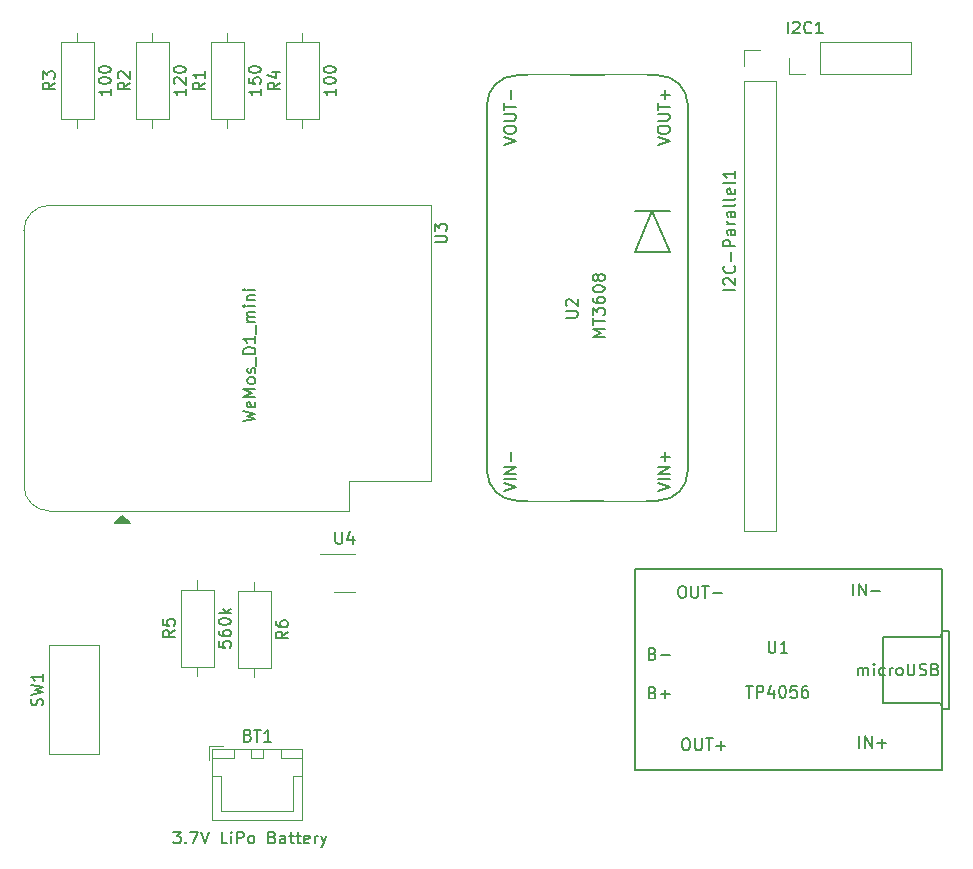
<source format=gbr>
G04 #@! TF.GenerationSoftware,KiCad,Pcbnew,(5.1.2)-1*
G04 #@! TF.CreationDate,2020-02-01T16:47:34+00:00*
G04 #@! TF.ProjectId,Keypad,4b657970-6164-42e6-9b69-6361645f7063,1*
G04 #@! TF.SameCoordinates,Original*
G04 #@! TF.FileFunction,Legend,Top*
G04 #@! TF.FilePolarity,Positive*
%FSLAX46Y46*%
G04 Gerber Fmt 4.6, Leading zero omitted, Abs format (unit mm)*
G04 Created by KiCad (PCBNEW (5.1.2)-1) date 2020-02-01 16:47:34*
%MOMM*%
%LPD*%
G04 APERTURE LIST*
%ADD10C,0.120000*%
%ADD11C,0.150000*%
%ADD12C,0.100000*%
%ADD13R,3.602000X3.602000*%
%ADD14O,3.602000X3.602000*%
%ADD15R,1.662000X0.752000*%
%ADD16O,1.702000X1.702000*%
%ADD17C,1.702000*%
%ADD18O,1.802000X1.802000*%
%ADD19R,1.802000X1.802000*%
%ADD20C,3.102000*%
%ADD21O,1.902000X2.702000*%
%ADD22R,1.902000X2.702000*%
%ADD23O,1.702000X2.102000*%
%ADD24R,2.102000X2.102000*%
%ADD25C,2.202000*%
%ADD26R,3.602000X5.102000*%
%ADD27R,3.102000X3.102000*%
%ADD28R,3.102000X2.602000*%
%ADD29O,1.802000X2.102000*%
%ADD30C,1.802000*%
%ADD31C,1.902000*%
%ADD32R,1.902000X1.902000*%
G04 APERTURE END LIST*
D10*
X113206000Y-143382000D02*
X113206000Y-134112000D01*
X117426000Y-143382000D02*
X117426000Y-134112000D01*
X113206000Y-143382000D02*
X117426000Y-143382000D01*
X113206000Y-134112000D02*
X117426000Y-134112000D01*
X114506000Y-143382000D02*
X116126000Y-143382000D01*
X139076000Y-126406000D02*
X136126000Y-126406000D01*
X137276000Y-129626000D02*
X139076000Y-129626000D01*
X130556000Y-136882000D02*
X130556000Y-136112000D01*
X130556000Y-128802000D02*
X130556000Y-129572000D01*
X131926000Y-136112000D02*
X131926000Y-129572000D01*
X129186000Y-136112000D02*
X131926000Y-136112000D01*
X129186000Y-129572000D02*
X129186000Y-136112000D01*
X131926000Y-129572000D02*
X129186000Y-129572000D01*
X111040000Y-99055000D02*
G75*
G02X113170000Y-96925000I2130000J0D01*
G01*
X113170000Y-122785000D02*
G75*
G02X111040000Y-120655000I0J2130000D01*
G01*
X138600000Y-120245000D02*
X145500000Y-120245000D01*
X138600000Y-122785000D02*
X138600000Y-120245000D01*
D11*
G36*
X118745000Y-123825000D02*
G01*
X120015000Y-123825000D01*
X119380000Y-123190000D01*
X118745000Y-123825000D01*
G37*
X118745000Y-123825000D02*
X120015000Y-123825000D01*
X119380000Y-123190000D01*
X118745000Y-123825000D01*
D10*
X111040000Y-99045000D02*
X111040000Y-120655000D01*
X145500000Y-96925000D02*
X113170000Y-96925000D01*
X138600000Y-122785000D02*
X113170000Y-122785000D01*
X145500000Y-120245000D02*
X145500000Y-96925000D01*
D11*
X165750000Y-97410000D02*
X162750000Y-97410000D01*
X165750000Y-100910000D02*
X162750000Y-100910000D01*
X162750000Y-100910000D02*
X164250000Y-97410000D01*
X164250000Y-97410000D02*
X165750000Y-100910000D01*
X167250000Y-88410000D02*
G75*
G03X164750000Y-85910000I-2500000J0D01*
G01*
X164750000Y-121910000D02*
G75*
G03X167250000Y-119410000I0J2500000D01*
G01*
X150250000Y-119410000D02*
G75*
G03X152750000Y-121910000I2500000J0D01*
G01*
X152750000Y-85910000D02*
G75*
G03X150250000Y-88410000I0J-2500000D01*
G01*
X150250000Y-88410000D02*
X150250000Y-119410000D01*
X167250000Y-119410000D02*
X167250000Y-88410000D01*
X152750000Y-121910000D02*
X164750000Y-121910000D01*
X164750000Y-85910000D02*
X152750000Y-85910000D01*
X188790000Y-127750000D02*
X162800000Y-127750000D01*
X188800000Y-144750000D02*
X162800000Y-144750000D01*
X189370000Y-132990000D02*
X189370000Y-139540000D01*
X189356000Y-132962000D02*
X188848000Y-132962000D01*
X188848000Y-132962000D02*
X188594000Y-133470000D01*
X188594000Y-133470000D02*
X188340000Y-133470000D01*
X189356000Y-139566000D02*
X188848000Y-139566000D01*
X188848000Y-139566000D02*
X188594000Y-139058000D01*
X188594000Y-139058000D02*
X183768000Y-139058000D01*
X183768000Y-139058000D02*
X183768000Y-133470000D01*
X183768000Y-133470000D02*
X188340000Y-133470000D01*
X188796000Y-127750000D02*
X188796000Y-144750000D01*
X162794000Y-144750000D02*
X162794000Y-127750000D01*
D10*
X126690000Y-142665000D02*
X126690000Y-143915000D01*
X127940000Y-142665000D02*
X126690000Y-142665000D01*
X133840000Y-148165000D02*
X130790000Y-148165000D01*
X133840000Y-145215000D02*
X133840000Y-148165000D01*
X134590000Y-145215000D02*
X133840000Y-145215000D01*
X127740000Y-148165000D02*
X130790000Y-148165000D01*
X127740000Y-145215000D02*
X127740000Y-148165000D01*
X126990000Y-145215000D02*
X127740000Y-145215000D01*
X134590000Y-142965000D02*
X132790000Y-142965000D01*
X134590000Y-143715000D02*
X134590000Y-142965000D01*
X132790000Y-143715000D02*
X134590000Y-143715000D01*
X132790000Y-142965000D02*
X132790000Y-143715000D01*
X128790000Y-142965000D02*
X126990000Y-142965000D01*
X128790000Y-143715000D02*
X128790000Y-142965000D01*
X126990000Y-143715000D02*
X128790000Y-143715000D01*
X126990000Y-142965000D02*
X126990000Y-143715000D01*
X131290000Y-142965000D02*
X130290000Y-142965000D01*
X131290000Y-143715000D02*
X131290000Y-142965000D01*
X130290000Y-143715000D02*
X131290000Y-143715000D01*
X130290000Y-142965000D02*
X130290000Y-143715000D01*
X134600000Y-142955000D02*
X126980000Y-142955000D01*
X134600000Y-148925000D02*
X134600000Y-142955000D01*
X126980000Y-148925000D02*
X134600000Y-148925000D01*
X126980000Y-142955000D02*
X126980000Y-148925000D01*
X175835000Y-85785000D02*
X175835000Y-84455000D01*
X177165000Y-85785000D02*
X175835000Y-85785000D01*
X178435000Y-85785000D02*
X178435000Y-83125000D01*
X178435000Y-83125000D02*
X186115000Y-83125000D01*
X178435000Y-85785000D02*
X186115000Y-85785000D01*
X186115000Y-85785000D02*
X186115000Y-83125000D01*
X172025000Y-83760000D02*
X173355000Y-83760000D01*
X172025000Y-85090000D02*
X172025000Y-83760000D01*
X172025000Y-86360000D02*
X174685000Y-86360000D01*
X174685000Y-86360000D02*
X174685000Y-124520000D01*
X172025000Y-86360000D02*
X172025000Y-124520000D01*
X172025000Y-124520000D02*
X174685000Y-124520000D01*
X128270000Y-82320000D02*
X128270000Y-83090000D01*
X128270000Y-90400000D02*
X128270000Y-89630000D01*
X126900000Y-83090000D02*
X126900000Y-89630000D01*
X129640000Y-83090000D02*
X126900000Y-83090000D01*
X129640000Y-89630000D02*
X129640000Y-83090000D01*
X126900000Y-89630000D02*
X129640000Y-89630000D01*
X121920000Y-82320000D02*
X121920000Y-83090000D01*
X121920000Y-90400000D02*
X121920000Y-89630000D01*
X120550000Y-83090000D02*
X120550000Y-89630000D01*
X123290000Y-83090000D02*
X120550000Y-83090000D01*
X123290000Y-89630000D02*
X123290000Y-83090000D01*
X120550000Y-89630000D02*
X123290000Y-89630000D01*
X115570000Y-82320000D02*
X115570000Y-83090000D01*
X115570000Y-90400000D02*
X115570000Y-89630000D01*
X114200000Y-83090000D02*
X114200000Y-89630000D01*
X116940000Y-83090000D02*
X114200000Y-83090000D01*
X116940000Y-89630000D02*
X116940000Y-83090000D01*
X114200000Y-89630000D02*
X116940000Y-89630000D01*
X134620000Y-82320000D02*
X134620000Y-83090000D01*
X134620000Y-90400000D02*
X134620000Y-89630000D01*
X133250000Y-83090000D02*
X133250000Y-89630000D01*
X135990000Y-83090000D02*
X133250000Y-83090000D01*
X135990000Y-89630000D02*
X135990000Y-83090000D01*
X133250000Y-89630000D02*
X135990000Y-89630000D01*
X125730000Y-128675000D02*
X125730000Y-129445000D01*
X125730000Y-136755000D02*
X125730000Y-135985000D01*
X124360000Y-129445000D02*
X124360000Y-135985000D01*
X127100000Y-129445000D02*
X124360000Y-129445000D01*
X127100000Y-135985000D02*
X127100000Y-129445000D01*
X124360000Y-135985000D02*
X127100000Y-135985000D01*
D11*
X112610761Y-139255333D02*
X112658380Y-139112476D01*
X112658380Y-138874380D01*
X112610761Y-138779142D01*
X112563142Y-138731523D01*
X112467904Y-138683904D01*
X112372666Y-138683904D01*
X112277428Y-138731523D01*
X112229809Y-138779142D01*
X112182190Y-138874380D01*
X112134571Y-139064857D01*
X112086952Y-139160095D01*
X112039333Y-139207714D01*
X111944095Y-139255333D01*
X111848857Y-139255333D01*
X111753619Y-139207714D01*
X111706000Y-139160095D01*
X111658380Y-139064857D01*
X111658380Y-138826761D01*
X111706000Y-138683904D01*
X111658380Y-138350571D02*
X112658380Y-138112476D01*
X111944095Y-137922000D01*
X112658380Y-137731523D01*
X111658380Y-137493428D01*
X112658380Y-136588666D02*
X112658380Y-137160095D01*
X112658380Y-136874380D02*
X111658380Y-136874380D01*
X111801238Y-136969619D01*
X111896476Y-137064857D01*
X111944095Y-137160095D01*
X137414095Y-124568380D02*
X137414095Y-125377904D01*
X137461714Y-125473142D01*
X137509333Y-125520761D01*
X137604571Y-125568380D01*
X137795047Y-125568380D01*
X137890285Y-125520761D01*
X137937904Y-125473142D01*
X137985523Y-125377904D01*
X137985523Y-124568380D01*
X138890285Y-124901714D02*
X138890285Y-125568380D01*
X138652190Y-124520761D02*
X138414095Y-125235047D01*
X139033142Y-125235047D01*
X133378380Y-133008666D02*
X132902190Y-133342000D01*
X133378380Y-133580095D02*
X132378380Y-133580095D01*
X132378380Y-133199142D01*
X132426000Y-133103904D01*
X132473619Y-133056285D01*
X132568857Y-133008666D01*
X132711714Y-133008666D01*
X132806952Y-133056285D01*
X132854571Y-133103904D01*
X132902190Y-133199142D01*
X132902190Y-133580095D01*
X132378380Y-132151523D02*
X132378380Y-132342000D01*
X132426000Y-132437238D01*
X132473619Y-132484857D01*
X132616476Y-132580095D01*
X132806952Y-132627714D01*
X133187904Y-132627714D01*
X133283142Y-132580095D01*
X133330761Y-132532476D01*
X133378380Y-132437238D01*
X133378380Y-132246761D01*
X133330761Y-132151523D01*
X133283142Y-132103904D01*
X133187904Y-132056285D01*
X132949809Y-132056285D01*
X132854571Y-132103904D01*
X132806952Y-132151523D01*
X132759333Y-132246761D01*
X132759333Y-132437238D01*
X132806952Y-132532476D01*
X132854571Y-132580095D01*
X132949809Y-132627714D01*
X145832380Y-100046904D02*
X146641904Y-100046904D01*
X146737142Y-99999285D01*
X146784761Y-99951666D01*
X146832380Y-99856428D01*
X146832380Y-99665952D01*
X146784761Y-99570714D01*
X146737142Y-99523095D01*
X146641904Y-99475476D01*
X145832380Y-99475476D01*
X145832380Y-99094523D02*
X145832380Y-98475476D01*
X146213333Y-98808809D01*
X146213333Y-98665952D01*
X146260952Y-98570714D01*
X146308571Y-98523095D01*
X146403809Y-98475476D01*
X146641904Y-98475476D01*
X146737142Y-98523095D01*
X146784761Y-98570714D01*
X146832380Y-98665952D01*
X146832380Y-98951666D01*
X146784761Y-99046904D01*
X146737142Y-99094523D01*
X129627380Y-115204047D02*
X130627380Y-114965952D01*
X129913095Y-114775476D01*
X130627380Y-114585000D01*
X129627380Y-114346904D01*
X130579761Y-113585000D02*
X130627380Y-113680238D01*
X130627380Y-113870714D01*
X130579761Y-113965952D01*
X130484523Y-114013571D01*
X130103571Y-114013571D01*
X130008333Y-113965952D01*
X129960714Y-113870714D01*
X129960714Y-113680238D01*
X130008333Y-113585000D01*
X130103571Y-113537380D01*
X130198809Y-113537380D01*
X130294047Y-114013571D01*
X130627380Y-113108809D02*
X129627380Y-113108809D01*
X130341666Y-112775476D01*
X129627380Y-112442142D01*
X130627380Y-112442142D01*
X130627380Y-111823095D02*
X130579761Y-111918333D01*
X130532142Y-111965952D01*
X130436904Y-112013571D01*
X130151190Y-112013571D01*
X130055952Y-111965952D01*
X130008333Y-111918333D01*
X129960714Y-111823095D01*
X129960714Y-111680238D01*
X130008333Y-111585000D01*
X130055952Y-111537380D01*
X130151190Y-111489761D01*
X130436904Y-111489761D01*
X130532142Y-111537380D01*
X130579761Y-111585000D01*
X130627380Y-111680238D01*
X130627380Y-111823095D01*
X130579761Y-111108809D02*
X130627380Y-111013571D01*
X130627380Y-110823095D01*
X130579761Y-110727857D01*
X130484523Y-110680238D01*
X130436904Y-110680238D01*
X130341666Y-110727857D01*
X130294047Y-110823095D01*
X130294047Y-110965952D01*
X130246428Y-111061190D01*
X130151190Y-111108809D01*
X130103571Y-111108809D01*
X130008333Y-111061190D01*
X129960714Y-110965952D01*
X129960714Y-110823095D01*
X130008333Y-110727857D01*
X130722619Y-110489761D02*
X130722619Y-109727857D01*
X130627380Y-109489761D02*
X129627380Y-109489761D01*
X129627380Y-109251666D01*
X129675000Y-109108809D01*
X129770238Y-109013571D01*
X129865476Y-108965952D01*
X130055952Y-108918333D01*
X130198809Y-108918333D01*
X130389285Y-108965952D01*
X130484523Y-109013571D01*
X130579761Y-109108809D01*
X130627380Y-109251666D01*
X130627380Y-109489761D01*
X130627380Y-107965952D02*
X130627380Y-108537380D01*
X130627380Y-108251666D02*
X129627380Y-108251666D01*
X129770238Y-108346904D01*
X129865476Y-108442142D01*
X129913095Y-108537380D01*
X130722619Y-107775476D02*
X130722619Y-107013571D01*
X130627380Y-106775476D02*
X129960714Y-106775476D01*
X130055952Y-106775476D02*
X130008333Y-106727857D01*
X129960714Y-106632619D01*
X129960714Y-106489761D01*
X130008333Y-106394523D01*
X130103571Y-106346904D01*
X130627380Y-106346904D01*
X130103571Y-106346904D02*
X130008333Y-106299285D01*
X129960714Y-106204047D01*
X129960714Y-106061190D01*
X130008333Y-105965952D01*
X130103571Y-105918333D01*
X130627380Y-105918333D01*
X130627380Y-105442142D02*
X129960714Y-105442142D01*
X129627380Y-105442142D02*
X129675000Y-105489761D01*
X129722619Y-105442142D01*
X129675000Y-105394523D01*
X129627380Y-105442142D01*
X129722619Y-105442142D01*
X129960714Y-104965952D02*
X130627380Y-104965952D01*
X130055952Y-104965952D02*
X130008333Y-104918333D01*
X129960714Y-104823095D01*
X129960714Y-104680238D01*
X130008333Y-104585000D01*
X130103571Y-104537380D01*
X130627380Y-104537380D01*
X130627380Y-104061190D02*
X129960714Y-104061190D01*
X129627380Y-104061190D02*
X129675000Y-104108809D01*
X129722619Y-104061190D01*
X129675000Y-104013571D01*
X129627380Y-104061190D01*
X129722619Y-104061190D01*
X156932380Y-106421904D02*
X157741904Y-106421904D01*
X157837142Y-106374285D01*
X157884761Y-106326666D01*
X157932380Y-106231428D01*
X157932380Y-106040952D01*
X157884761Y-105945714D01*
X157837142Y-105898095D01*
X157741904Y-105850476D01*
X156932380Y-105850476D01*
X157027619Y-105421904D02*
X156980000Y-105374285D01*
X156932380Y-105279047D01*
X156932380Y-105040952D01*
X156980000Y-104945714D01*
X157027619Y-104898095D01*
X157122857Y-104850476D01*
X157218095Y-104850476D01*
X157360952Y-104898095D01*
X157932380Y-105469523D01*
X157932380Y-104850476D01*
X160202380Y-108029047D02*
X159202380Y-108029047D01*
X159916666Y-107695714D01*
X159202380Y-107362380D01*
X160202380Y-107362380D01*
X159202380Y-107029047D02*
X159202380Y-106457619D01*
X160202380Y-106743333D02*
X159202380Y-106743333D01*
X159202380Y-106219523D02*
X159202380Y-105600476D01*
X159583333Y-105933809D01*
X159583333Y-105790952D01*
X159630952Y-105695714D01*
X159678571Y-105648095D01*
X159773809Y-105600476D01*
X160011904Y-105600476D01*
X160107142Y-105648095D01*
X160154761Y-105695714D01*
X160202380Y-105790952D01*
X160202380Y-106076666D01*
X160154761Y-106171904D01*
X160107142Y-106219523D01*
X159202380Y-104743333D02*
X159202380Y-104933809D01*
X159250000Y-105029047D01*
X159297619Y-105076666D01*
X159440476Y-105171904D01*
X159630952Y-105219523D01*
X160011904Y-105219523D01*
X160107142Y-105171904D01*
X160154761Y-105124285D01*
X160202380Y-105029047D01*
X160202380Y-104838571D01*
X160154761Y-104743333D01*
X160107142Y-104695714D01*
X160011904Y-104648095D01*
X159773809Y-104648095D01*
X159678571Y-104695714D01*
X159630952Y-104743333D01*
X159583333Y-104838571D01*
X159583333Y-105029047D01*
X159630952Y-105124285D01*
X159678571Y-105171904D01*
X159773809Y-105219523D01*
X159202380Y-104029047D02*
X159202380Y-103933809D01*
X159250000Y-103838571D01*
X159297619Y-103790952D01*
X159392857Y-103743333D01*
X159583333Y-103695714D01*
X159821428Y-103695714D01*
X160011904Y-103743333D01*
X160107142Y-103790952D01*
X160154761Y-103838571D01*
X160202380Y-103933809D01*
X160202380Y-104029047D01*
X160154761Y-104124285D01*
X160107142Y-104171904D01*
X160011904Y-104219523D01*
X159821428Y-104267142D01*
X159583333Y-104267142D01*
X159392857Y-104219523D01*
X159297619Y-104171904D01*
X159250000Y-104124285D01*
X159202380Y-104029047D01*
X159630952Y-103124285D02*
X159583333Y-103219523D01*
X159535714Y-103267142D01*
X159440476Y-103314761D01*
X159392857Y-103314761D01*
X159297619Y-103267142D01*
X159250000Y-103219523D01*
X159202380Y-103124285D01*
X159202380Y-102933809D01*
X159250000Y-102838571D01*
X159297619Y-102790952D01*
X159392857Y-102743333D01*
X159440476Y-102743333D01*
X159535714Y-102790952D01*
X159583333Y-102838571D01*
X159630952Y-102933809D01*
X159630952Y-103124285D01*
X159678571Y-103219523D01*
X159726190Y-103267142D01*
X159821428Y-103314761D01*
X160011904Y-103314761D01*
X160107142Y-103267142D01*
X160154761Y-103219523D01*
X160202380Y-103124285D01*
X160202380Y-102933809D01*
X160154761Y-102838571D01*
X160107142Y-102790952D01*
X160011904Y-102743333D01*
X159821428Y-102743333D01*
X159726190Y-102790952D01*
X159678571Y-102838571D01*
X159630952Y-102933809D01*
X151702380Y-91790952D02*
X152702380Y-91457619D01*
X151702380Y-91124285D01*
X151702380Y-90600476D02*
X151702380Y-90410000D01*
X151750000Y-90314761D01*
X151845238Y-90219523D01*
X152035714Y-90171904D01*
X152369047Y-90171904D01*
X152559523Y-90219523D01*
X152654761Y-90314761D01*
X152702380Y-90410000D01*
X152702380Y-90600476D01*
X152654761Y-90695714D01*
X152559523Y-90790952D01*
X152369047Y-90838571D01*
X152035714Y-90838571D01*
X151845238Y-90790952D01*
X151750000Y-90695714D01*
X151702380Y-90600476D01*
X151702380Y-89743333D02*
X152511904Y-89743333D01*
X152607142Y-89695714D01*
X152654761Y-89648095D01*
X152702380Y-89552857D01*
X152702380Y-89362380D01*
X152654761Y-89267142D01*
X152607142Y-89219523D01*
X152511904Y-89171904D01*
X151702380Y-89171904D01*
X151702380Y-88838571D02*
X151702380Y-88267142D01*
X152702380Y-88552857D02*
X151702380Y-88552857D01*
X152321428Y-87933809D02*
X152321428Y-87171904D01*
X164702380Y-121124285D02*
X165702380Y-120790952D01*
X164702380Y-120457619D01*
X165702380Y-120124285D02*
X164702380Y-120124285D01*
X165702380Y-119648095D02*
X164702380Y-119648095D01*
X165702380Y-119076666D01*
X164702380Y-119076666D01*
X165321428Y-118600476D02*
X165321428Y-117838571D01*
X165702380Y-118219523D02*
X164940476Y-118219523D01*
X151702380Y-121124285D02*
X152702380Y-120790952D01*
X151702380Y-120457619D01*
X152702380Y-120124285D02*
X151702380Y-120124285D01*
X152702380Y-119648095D02*
X151702380Y-119648095D01*
X152702380Y-119076666D01*
X151702380Y-119076666D01*
X152321428Y-118600476D02*
X152321428Y-117838571D01*
X164702380Y-91790952D02*
X165702380Y-91457619D01*
X164702380Y-91124285D01*
X164702380Y-90600476D02*
X164702380Y-90410000D01*
X164750000Y-90314761D01*
X164845238Y-90219523D01*
X165035714Y-90171904D01*
X165369047Y-90171904D01*
X165559523Y-90219523D01*
X165654761Y-90314761D01*
X165702380Y-90410000D01*
X165702380Y-90600476D01*
X165654761Y-90695714D01*
X165559523Y-90790952D01*
X165369047Y-90838571D01*
X165035714Y-90838571D01*
X164845238Y-90790952D01*
X164750000Y-90695714D01*
X164702380Y-90600476D01*
X164702380Y-89743333D02*
X165511904Y-89743333D01*
X165607142Y-89695714D01*
X165654761Y-89648095D01*
X165702380Y-89552857D01*
X165702380Y-89362380D01*
X165654761Y-89267142D01*
X165607142Y-89219523D01*
X165511904Y-89171904D01*
X164702380Y-89171904D01*
X164702380Y-88838571D02*
X164702380Y-88267142D01*
X165702380Y-88552857D02*
X164702380Y-88552857D01*
X165321428Y-87933809D02*
X165321428Y-87171904D01*
X165702380Y-87552857D02*
X164940476Y-87552857D01*
X174103095Y-133797380D02*
X174103095Y-134606904D01*
X174150714Y-134702142D01*
X174198333Y-134749761D01*
X174293571Y-134797380D01*
X174484047Y-134797380D01*
X174579285Y-134749761D01*
X174626904Y-134702142D01*
X174674523Y-134606904D01*
X174674523Y-133797380D01*
X175674523Y-134797380D02*
X175103095Y-134797380D01*
X175388809Y-134797380D02*
X175388809Y-133797380D01*
X175293571Y-133940238D01*
X175198333Y-134035476D01*
X175103095Y-134083095D01*
X172174523Y-137607380D02*
X172745952Y-137607380D01*
X172460238Y-138607380D02*
X172460238Y-137607380D01*
X173079285Y-138607380D02*
X173079285Y-137607380D01*
X173460238Y-137607380D01*
X173555476Y-137655000D01*
X173603095Y-137702619D01*
X173650714Y-137797857D01*
X173650714Y-137940714D01*
X173603095Y-138035952D01*
X173555476Y-138083571D01*
X173460238Y-138131190D01*
X173079285Y-138131190D01*
X174507857Y-137940714D02*
X174507857Y-138607380D01*
X174269761Y-137559761D02*
X174031666Y-138274047D01*
X174650714Y-138274047D01*
X175222142Y-137607380D02*
X175317380Y-137607380D01*
X175412619Y-137655000D01*
X175460238Y-137702619D01*
X175507857Y-137797857D01*
X175555476Y-137988333D01*
X175555476Y-138226428D01*
X175507857Y-138416904D01*
X175460238Y-138512142D01*
X175412619Y-138559761D01*
X175317380Y-138607380D01*
X175222142Y-138607380D01*
X175126904Y-138559761D01*
X175079285Y-138512142D01*
X175031666Y-138416904D01*
X174984047Y-138226428D01*
X174984047Y-137988333D01*
X175031666Y-137797857D01*
X175079285Y-137702619D01*
X175126904Y-137655000D01*
X175222142Y-137607380D01*
X176460238Y-137607380D02*
X175984047Y-137607380D01*
X175936428Y-138083571D01*
X175984047Y-138035952D01*
X176079285Y-137988333D01*
X176317380Y-137988333D01*
X176412619Y-138035952D01*
X176460238Y-138083571D01*
X176507857Y-138178809D01*
X176507857Y-138416904D01*
X176460238Y-138512142D01*
X176412619Y-138559761D01*
X176317380Y-138607380D01*
X176079285Y-138607380D01*
X175984047Y-138559761D01*
X175936428Y-138512142D01*
X177365000Y-137607380D02*
X177174523Y-137607380D01*
X177079285Y-137655000D01*
X177031666Y-137702619D01*
X176936428Y-137845476D01*
X176888809Y-138035952D01*
X176888809Y-138416904D01*
X176936428Y-138512142D01*
X176984047Y-138559761D01*
X177079285Y-138607380D01*
X177269761Y-138607380D01*
X177365000Y-138559761D01*
X177412619Y-138512142D01*
X177460238Y-138416904D01*
X177460238Y-138178809D01*
X177412619Y-138083571D01*
X177365000Y-138035952D01*
X177269761Y-137988333D01*
X177079285Y-137988333D01*
X176984047Y-138035952D01*
X176936428Y-138083571D01*
X176888809Y-138178809D01*
X181680857Y-136716380D02*
X181680857Y-136049714D01*
X181680857Y-136144952D02*
X181728476Y-136097333D01*
X181823714Y-136049714D01*
X181966571Y-136049714D01*
X182061809Y-136097333D01*
X182109428Y-136192571D01*
X182109428Y-136716380D01*
X182109428Y-136192571D02*
X182157047Y-136097333D01*
X182252285Y-136049714D01*
X182395142Y-136049714D01*
X182490380Y-136097333D01*
X182538000Y-136192571D01*
X182538000Y-136716380D01*
X183014190Y-136716380D02*
X183014190Y-136049714D01*
X183014190Y-135716380D02*
X182966571Y-135764000D01*
X183014190Y-135811619D01*
X183061809Y-135764000D01*
X183014190Y-135716380D01*
X183014190Y-135811619D01*
X183918952Y-136668761D02*
X183823714Y-136716380D01*
X183633238Y-136716380D01*
X183538000Y-136668761D01*
X183490380Y-136621142D01*
X183442761Y-136525904D01*
X183442761Y-136240190D01*
X183490380Y-136144952D01*
X183538000Y-136097333D01*
X183633238Y-136049714D01*
X183823714Y-136049714D01*
X183918952Y-136097333D01*
X184347523Y-136716380D02*
X184347523Y-136049714D01*
X184347523Y-136240190D02*
X184395142Y-136144952D01*
X184442761Y-136097333D01*
X184538000Y-136049714D01*
X184633238Y-136049714D01*
X185109428Y-136716380D02*
X185014190Y-136668761D01*
X184966571Y-136621142D01*
X184918952Y-136525904D01*
X184918952Y-136240190D01*
X184966571Y-136144952D01*
X185014190Y-136097333D01*
X185109428Y-136049714D01*
X185252285Y-136049714D01*
X185347523Y-136097333D01*
X185395142Y-136144952D01*
X185442761Y-136240190D01*
X185442761Y-136525904D01*
X185395142Y-136621142D01*
X185347523Y-136668761D01*
X185252285Y-136716380D01*
X185109428Y-136716380D01*
X185871333Y-135716380D02*
X185871333Y-136525904D01*
X185918952Y-136621142D01*
X185966571Y-136668761D01*
X186061809Y-136716380D01*
X186252285Y-136716380D01*
X186347523Y-136668761D01*
X186395142Y-136621142D01*
X186442761Y-136525904D01*
X186442761Y-135716380D01*
X186871333Y-136668761D02*
X187014190Y-136716380D01*
X187252285Y-136716380D01*
X187347523Y-136668761D01*
X187395142Y-136621142D01*
X187442761Y-136525904D01*
X187442761Y-136430666D01*
X187395142Y-136335428D01*
X187347523Y-136287809D01*
X187252285Y-136240190D01*
X187061809Y-136192571D01*
X186966571Y-136144952D01*
X186918952Y-136097333D01*
X186871333Y-136002095D01*
X186871333Y-135906857D01*
X186918952Y-135811619D01*
X186966571Y-135764000D01*
X187061809Y-135716380D01*
X187299904Y-135716380D01*
X187442761Y-135764000D01*
X188204666Y-136192571D02*
X188347523Y-136240190D01*
X188395142Y-136287809D01*
X188442761Y-136383047D01*
X188442761Y-136525904D01*
X188395142Y-136621142D01*
X188347523Y-136668761D01*
X188252285Y-136716380D01*
X187871333Y-136716380D01*
X187871333Y-135716380D01*
X188204666Y-135716380D01*
X188299904Y-135764000D01*
X188347523Y-135811619D01*
X188395142Y-135906857D01*
X188395142Y-136002095D01*
X188347523Y-136097333D01*
X188299904Y-136144952D01*
X188204666Y-136192571D01*
X187871333Y-136192571D01*
X164278380Y-134888571D02*
X164421238Y-134936190D01*
X164468857Y-134983809D01*
X164516476Y-135079047D01*
X164516476Y-135221904D01*
X164468857Y-135317142D01*
X164421238Y-135364761D01*
X164326000Y-135412380D01*
X163945047Y-135412380D01*
X163945047Y-134412380D01*
X164278380Y-134412380D01*
X164373619Y-134460000D01*
X164421238Y-134507619D01*
X164468857Y-134602857D01*
X164468857Y-134698095D01*
X164421238Y-134793333D01*
X164373619Y-134840952D01*
X164278380Y-134888571D01*
X163945047Y-134888571D01*
X164945047Y-135031428D02*
X165706952Y-135031428D01*
X164278380Y-138190571D02*
X164421238Y-138238190D01*
X164468857Y-138285809D01*
X164516476Y-138381047D01*
X164516476Y-138523904D01*
X164468857Y-138619142D01*
X164421238Y-138666761D01*
X164326000Y-138714380D01*
X163945047Y-138714380D01*
X163945047Y-137714380D01*
X164278380Y-137714380D01*
X164373619Y-137762000D01*
X164421238Y-137809619D01*
X164468857Y-137904857D01*
X164468857Y-138000095D01*
X164421238Y-138095333D01*
X164373619Y-138142952D01*
X164278380Y-138190571D01*
X163945047Y-138190571D01*
X164945047Y-138333428D02*
X165706952Y-138333428D01*
X165326000Y-138714380D02*
X165326000Y-137952476D01*
X166690952Y-129146380D02*
X166881428Y-129146380D01*
X166976666Y-129194000D01*
X167071904Y-129289238D01*
X167119523Y-129479714D01*
X167119523Y-129813047D01*
X167071904Y-130003523D01*
X166976666Y-130098761D01*
X166881428Y-130146380D01*
X166690952Y-130146380D01*
X166595714Y-130098761D01*
X166500476Y-130003523D01*
X166452857Y-129813047D01*
X166452857Y-129479714D01*
X166500476Y-129289238D01*
X166595714Y-129194000D01*
X166690952Y-129146380D01*
X167548095Y-129146380D02*
X167548095Y-129955904D01*
X167595714Y-130051142D01*
X167643333Y-130098761D01*
X167738571Y-130146380D01*
X167929047Y-130146380D01*
X168024285Y-130098761D01*
X168071904Y-130051142D01*
X168119523Y-129955904D01*
X168119523Y-129146380D01*
X168452857Y-129146380D02*
X169024285Y-129146380D01*
X168738571Y-130146380D02*
X168738571Y-129146380D01*
X169357619Y-129765428D02*
X170119523Y-129765428D01*
X167010952Y-142050380D02*
X167201428Y-142050380D01*
X167296666Y-142098000D01*
X167391904Y-142193238D01*
X167439523Y-142383714D01*
X167439523Y-142717047D01*
X167391904Y-142907523D01*
X167296666Y-143002761D01*
X167201428Y-143050380D01*
X167010952Y-143050380D01*
X166915714Y-143002761D01*
X166820476Y-142907523D01*
X166772857Y-142717047D01*
X166772857Y-142383714D01*
X166820476Y-142193238D01*
X166915714Y-142098000D01*
X167010952Y-142050380D01*
X167868095Y-142050380D02*
X167868095Y-142859904D01*
X167915714Y-142955142D01*
X167963333Y-143002761D01*
X168058571Y-143050380D01*
X168249047Y-143050380D01*
X168344285Y-143002761D01*
X168391904Y-142955142D01*
X168439523Y-142859904D01*
X168439523Y-142050380D01*
X168772857Y-142050380D02*
X169344285Y-142050380D01*
X169058571Y-143050380D02*
X169058571Y-142050380D01*
X169677619Y-142669428D02*
X170439523Y-142669428D01*
X170058571Y-143050380D02*
X170058571Y-142288476D01*
X181257142Y-129942380D02*
X181257142Y-128942380D01*
X181733333Y-129942380D02*
X181733333Y-128942380D01*
X182304761Y-129942380D01*
X182304761Y-128942380D01*
X182780952Y-129561428D02*
X183542857Y-129561428D01*
X181787142Y-142832380D02*
X181787142Y-141832380D01*
X182263333Y-142832380D02*
X182263333Y-141832380D01*
X182834761Y-142832380D01*
X182834761Y-141832380D01*
X183310952Y-142451428D02*
X184072857Y-142451428D01*
X183691904Y-142832380D02*
X183691904Y-142070476D01*
X130004285Y-141793571D02*
X130147142Y-141841190D01*
X130194761Y-141888809D01*
X130242380Y-141984047D01*
X130242380Y-142126904D01*
X130194761Y-142222142D01*
X130147142Y-142269761D01*
X130051904Y-142317380D01*
X129670952Y-142317380D01*
X129670952Y-141317380D01*
X130004285Y-141317380D01*
X130099523Y-141365000D01*
X130147142Y-141412619D01*
X130194761Y-141507857D01*
X130194761Y-141603095D01*
X130147142Y-141698333D01*
X130099523Y-141745952D01*
X130004285Y-141793571D01*
X129670952Y-141793571D01*
X130528095Y-141317380D02*
X131099523Y-141317380D01*
X130813809Y-142317380D02*
X130813809Y-141317380D01*
X131956666Y-142317380D02*
X131385238Y-142317380D01*
X131670952Y-142317380D02*
X131670952Y-141317380D01*
X131575714Y-141460238D01*
X131480476Y-141555476D01*
X131385238Y-141603095D01*
X123698809Y-149947380D02*
X124317857Y-149947380D01*
X123984523Y-150328333D01*
X124127380Y-150328333D01*
X124222619Y-150375952D01*
X124270238Y-150423571D01*
X124317857Y-150518809D01*
X124317857Y-150756904D01*
X124270238Y-150852142D01*
X124222619Y-150899761D01*
X124127380Y-150947380D01*
X123841666Y-150947380D01*
X123746428Y-150899761D01*
X123698809Y-150852142D01*
X124746428Y-150852142D02*
X124794047Y-150899761D01*
X124746428Y-150947380D01*
X124698809Y-150899761D01*
X124746428Y-150852142D01*
X124746428Y-150947380D01*
X125127380Y-149947380D02*
X125794047Y-149947380D01*
X125365476Y-150947380D01*
X126032142Y-149947380D02*
X126365476Y-150947380D01*
X126698809Y-149947380D01*
X128270238Y-150947380D02*
X127794047Y-150947380D01*
X127794047Y-149947380D01*
X128603571Y-150947380D02*
X128603571Y-150280714D01*
X128603571Y-149947380D02*
X128555952Y-149995000D01*
X128603571Y-150042619D01*
X128651190Y-149995000D01*
X128603571Y-149947380D01*
X128603571Y-150042619D01*
X129079761Y-150947380D02*
X129079761Y-149947380D01*
X129460714Y-149947380D01*
X129555952Y-149995000D01*
X129603571Y-150042619D01*
X129651190Y-150137857D01*
X129651190Y-150280714D01*
X129603571Y-150375952D01*
X129555952Y-150423571D01*
X129460714Y-150471190D01*
X129079761Y-150471190D01*
X130222619Y-150947380D02*
X130127380Y-150899761D01*
X130079761Y-150852142D01*
X130032142Y-150756904D01*
X130032142Y-150471190D01*
X130079761Y-150375952D01*
X130127380Y-150328333D01*
X130222619Y-150280714D01*
X130365476Y-150280714D01*
X130460714Y-150328333D01*
X130508333Y-150375952D01*
X130555952Y-150471190D01*
X130555952Y-150756904D01*
X130508333Y-150852142D01*
X130460714Y-150899761D01*
X130365476Y-150947380D01*
X130222619Y-150947380D01*
X132079761Y-150423571D02*
X132222619Y-150471190D01*
X132270238Y-150518809D01*
X132317857Y-150614047D01*
X132317857Y-150756904D01*
X132270238Y-150852142D01*
X132222619Y-150899761D01*
X132127380Y-150947380D01*
X131746428Y-150947380D01*
X131746428Y-149947380D01*
X132079761Y-149947380D01*
X132175000Y-149995000D01*
X132222619Y-150042619D01*
X132270238Y-150137857D01*
X132270238Y-150233095D01*
X132222619Y-150328333D01*
X132175000Y-150375952D01*
X132079761Y-150423571D01*
X131746428Y-150423571D01*
X133175000Y-150947380D02*
X133175000Y-150423571D01*
X133127380Y-150328333D01*
X133032142Y-150280714D01*
X132841666Y-150280714D01*
X132746428Y-150328333D01*
X133175000Y-150899761D02*
X133079761Y-150947380D01*
X132841666Y-150947380D01*
X132746428Y-150899761D01*
X132698809Y-150804523D01*
X132698809Y-150709285D01*
X132746428Y-150614047D01*
X132841666Y-150566428D01*
X133079761Y-150566428D01*
X133175000Y-150518809D01*
X133508333Y-150280714D02*
X133889285Y-150280714D01*
X133651190Y-149947380D02*
X133651190Y-150804523D01*
X133698809Y-150899761D01*
X133794047Y-150947380D01*
X133889285Y-150947380D01*
X134079761Y-150280714D02*
X134460714Y-150280714D01*
X134222619Y-149947380D02*
X134222619Y-150804523D01*
X134270238Y-150899761D01*
X134365476Y-150947380D01*
X134460714Y-150947380D01*
X135175000Y-150899761D02*
X135079761Y-150947380D01*
X134889285Y-150947380D01*
X134794047Y-150899761D01*
X134746428Y-150804523D01*
X134746428Y-150423571D01*
X134794047Y-150328333D01*
X134889285Y-150280714D01*
X135079761Y-150280714D01*
X135175000Y-150328333D01*
X135222619Y-150423571D01*
X135222619Y-150518809D01*
X134746428Y-150614047D01*
X135651190Y-150947380D02*
X135651190Y-150280714D01*
X135651190Y-150471190D02*
X135698809Y-150375952D01*
X135746428Y-150328333D01*
X135841666Y-150280714D01*
X135936904Y-150280714D01*
X136175000Y-150280714D02*
X136413095Y-150947380D01*
X136651190Y-150280714D02*
X136413095Y-150947380D01*
X136317857Y-151185476D01*
X136270238Y-151233095D01*
X136175000Y-151280714D01*
X175712619Y-82367380D02*
X175712619Y-81367380D01*
X176141190Y-81462619D02*
X176188809Y-81415000D01*
X176284047Y-81367380D01*
X176522142Y-81367380D01*
X176617380Y-81415000D01*
X176665000Y-81462619D01*
X176712619Y-81557857D01*
X176712619Y-81653095D01*
X176665000Y-81795952D01*
X176093571Y-82367380D01*
X176712619Y-82367380D01*
X177712619Y-82272142D02*
X177665000Y-82319761D01*
X177522142Y-82367380D01*
X177426904Y-82367380D01*
X177284047Y-82319761D01*
X177188809Y-82224523D01*
X177141190Y-82129285D01*
X177093571Y-81938809D01*
X177093571Y-81795952D01*
X177141190Y-81605476D01*
X177188809Y-81510238D01*
X177284047Y-81415000D01*
X177426904Y-81367380D01*
X177522142Y-81367380D01*
X177665000Y-81415000D01*
X177712619Y-81462619D01*
X178665000Y-82367380D02*
X178093571Y-82367380D01*
X178379285Y-82367380D02*
X178379285Y-81367380D01*
X178284047Y-81510238D01*
X178188809Y-81605476D01*
X178093571Y-81653095D01*
X171267380Y-104060000D02*
X170267380Y-104060000D01*
X170362619Y-103631428D02*
X170315000Y-103583809D01*
X170267380Y-103488571D01*
X170267380Y-103250476D01*
X170315000Y-103155238D01*
X170362619Y-103107619D01*
X170457857Y-103060000D01*
X170553095Y-103060000D01*
X170695952Y-103107619D01*
X171267380Y-103679047D01*
X171267380Y-103060000D01*
X171172142Y-102060000D02*
X171219761Y-102107619D01*
X171267380Y-102250476D01*
X171267380Y-102345714D01*
X171219761Y-102488571D01*
X171124523Y-102583809D01*
X171029285Y-102631428D01*
X170838809Y-102679047D01*
X170695952Y-102679047D01*
X170505476Y-102631428D01*
X170410238Y-102583809D01*
X170315000Y-102488571D01*
X170267380Y-102345714D01*
X170267380Y-102250476D01*
X170315000Y-102107619D01*
X170362619Y-102060000D01*
X170886428Y-101631428D02*
X170886428Y-100869523D01*
X171267380Y-100393333D02*
X170267380Y-100393333D01*
X170267380Y-100012380D01*
X170315000Y-99917142D01*
X170362619Y-99869523D01*
X170457857Y-99821904D01*
X170600714Y-99821904D01*
X170695952Y-99869523D01*
X170743571Y-99917142D01*
X170791190Y-100012380D01*
X170791190Y-100393333D01*
X171267380Y-98964761D02*
X170743571Y-98964761D01*
X170648333Y-99012380D01*
X170600714Y-99107619D01*
X170600714Y-99298095D01*
X170648333Y-99393333D01*
X171219761Y-98964761D02*
X171267380Y-99060000D01*
X171267380Y-99298095D01*
X171219761Y-99393333D01*
X171124523Y-99440952D01*
X171029285Y-99440952D01*
X170934047Y-99393333D01*
X170886428Y-99298095D01*
X170886428Y-99060000D01*
X170838809Y-98964761D01*
X171267380Y-98488571D02*
X170600714Y-98488571D01*
X170791190Y-98488571D02*
X170695952Y-98440952D01*
X170648333Y-98393333D01*
X170600714Y-98298095D01*
X170600714Y-98202857D01*
X171267380Y-97440952D02*
X170743571Y-97440952D01*
X170648333Y-97488571D01*
X170600714Y-97583809D01*
X170600714Y-97774285D01*
X170648333Y-97869523D01*
X171219761Y-97440952D02*
X171267380Y-97536190D01*
X171267380Y-97774285D01*
X171219761Y-97869523D01*
X171124523Y-97917142D01*
X171029285Y-97917142D01*
X170934047Y-97869523D01*
X170886428Y-97774285D01*
X170886428Y-97536190D01*
X170838809Y-97440952D01*
X171267380Y-96821904D02*
X171219761Y-96917142D01*
X171124523Y-96964761D01*
X170267380Y-96964761D01*
X171267380Y-96298095D02*
X171219761Y-96393333D01*
X171124523Y-96440952D01*
X170267380Y-96440952D01*
X171219761Y-95536190D02*
X171267380Y-95631428D01*
X171267380Y-95821904D01*
X171219761Y-95917142D01*
X171124523Y-95964761D01*
X170743571Y-95964761D01*
X170648333Y-95917142D01*
X170600714Y-95821904D01*
X170600714Y-95631428D01*
X170648333Y-95536190D01*
X170743571Y-95488571D01*
X170838809Y-95488571D01*
X170934047Y-95964761D01*
X171267380Y-94917142D02*
X171219761Y-95012380D01*
X171124523Y-95060000D01*
X170267380Y-95060000D01*
X171267380Y-94012380D02*
X171267380Y-94583809D01*
X171267380Y-94298095D02*
X170267380Y-94298095D01*
X170410238Y-94393333D01*
X170505476Y-94488571D01*
X170553095Y-94583809D01*
X126352380Y-86526666D02*
X125876190Y-86860000D01*
X126352380Y-87098095D02*
X125352380Y-87098095D01*
X125352380Y-86717142D01*
X125400000Y-86621904D01*
X125447619Y-86574285D01*
X125542857Y-86526666D01*
X125685714Y-86526666D01*
X125780952Y-86574285D01*
X125828571Y-86621904D01*
X125876190Y-86717142D01*
X125876190Y-87098095D01*
X126352380Y-85574285D02*
X126352380Y-86145714D01*
X126352380Y-85860000D02*
X125352380Y-85860000D01*
X125495238Y-85955238D01*
X125590476Y-86050476D01*
X125638095Y-86145714D01*
X131092380Y-87026666D02*
X131092380Y-87598095D01*
X131092380Y-87312380D02*
X130092380Y-87312380D01*
X130235238Y-87407619D01*
X130330476Y-87502857D01*
X130378095Y-87598095D01*
X130092380Y-86121904D02*
X130092380Y-86598095D01*
X130568571Y-86645714D01*
X130520952Y-86598095D01*
X130473333Y-86502857D01*
X130473333Y-86264761D01*
X130520952Y-86169523D01*
X130568571Y-86121904D01*
X130663809Y-86074285D01*
X130901904Y-86074285D01*
X130997142Y-86121904D01*
X131044761Y-86169523D01*
X131092380Y-86264761D01*
X131092380Y-86502857D01*
X131044761Y-86598095D01*
X130997142Y-86645714D01*
X130092380Y-85455238D02*
X130092380Y-85360000D01*
X130140000Y-85264761D01*
X130187619Y-85217142D01*
X130282857Y-85169523D01*
X130473333Y-85121904D01*
X130711428Y-85121904D01*
X130901904Y-85169523D01*
X130997142Y-85217142D01*
X131044761Y-85264761D01*
X131092380Y-85360000D01*
X131092380Y-85455238D01*
X131044761Y-85550476D01*
X130997142Y-85598095D01*
X130901904Y-85645714D01*
X130711428Y-85693333D01*
X130473333Y-85693333D01*
X130282857Y-85645714D01*
X130187619Y-85598095D01*
X130140000Y-85550476D01*
X130092380Y-85455238D01*
X120002380Y-86526666D02*
X119526190Y-86860000D01*
X120002380Y-87098095D02*
X119002380Y-87098095D01*
X119002380Y-86717142D01*
X119050000Y-86621904D01*
X119097619Y-86574285D01*
X119192857Y-86526666D01*
X119335714Y-86526666D01*
X119430952Y-86574285D01*
X119478571Y-86621904D01*
X119526190Y-86717142D01*
X119526190Y-87098095D01*
X119097619Y-86145714D02*
X119050000Y-86098095D01*
X119002380Y-86002857D01*
X119002380Y-85764761D01*
X119050000Y-85669523D01*
X119097619Y-85621904D01*
X119192857Y-85574285D01*
X119288095Y-85574285D01*
X119430952Y-85621904D01*
X120002380Y-86193333D01*
X120002380Y-85574285D01*
X124742380Y-87026666D02*
X124742380Y-87598095D01*
X124742380Y-87312380D02*
X123742380Y-87312380D01*
X123885238Y-87407619D01*
X123980476Y-87502857D01*
X124028095Y-87598095D01*
X123837619Y-86645714D02*
X123790000Y-86598095D01*
X123742380Y-86502857D01*
X123742380Y-86264761D01*
X123790000Y-86169523D01*
X123837619Y-86121904D01*
X123932857Y-86074285D01*
X124028095Y-86074285D01*
X124170952Y-86121904D01*
X124742380Y-86693333D01*
X124742380Y-86074285D01*
X123742380Y-85455238D02*
X123742380Y-85360000D01*
X123790000Y-85264761D01*
X123837619Y-85217142D01*
X123932857Y-85169523D01*
X124123333Y-85121904D01*
X124361428Y-85121904D01*
X124551904Y-85169523D01*
X124647142Y-85217142D01*
X124694761Y-85264761D01*
X124742380Y-85360000D01*
X124742380Y-85455238D01*
X124694761Y-85550476D01*
X124647142Y-85598095D01*
X124551904Y-85645714D01*
X124361428Y-85693333D01*
X124123333Y-85693333D01*
X123932857Y-85645714D01*
X123837619Y-85598095D01*
X123790000Y-85550476D01*
X123742380Y-85455238D01*
X113652380Y-86526666D02*
X113176190Y-86860000D01*
X113652380Y-87098095D02*
X112652380Y-87098095D01*
X112652380Y-86717142D01*
X112700000Y-86621904D01*
X112747619Y-86574285D01*
X112842857Y-86526666D01*
X112985714Y-86526666D01*
X113080952Y-86574285D01*
X113128571Y-86621904D01*
X113176190Y-86717142D01*
X113176190Y-87098095D01*
X112652380Y-86193333D02*
X112652380Y-85574285D01*
X113033333Y-85907619D01*
X113033333Y-85764761D01*
X113080952Y-85669523D01*
X113128571Y-85621904D01*
X113223809Y-85574285D01*
X113461904Y-85574285D01*
X113557142Y-85621904D01*
X113604761Y-85669523D01*
X113652380Y-85764761D01*
X113652380Y-86050476D01*
X113604761Y-86145714D01*
X113557142Y-86193333D01*
X118392380Y-87026666D02*
X118392380Y-87598095D01*
X118392380Y-87312380D02*
X117392380Y-87312380D01*
X117535238Y-87407619D01*
X117630476Y-87502857D01*
X117678095Y-87598095D01*
X117392380Y-86407619D02*
X117392380Y-86312380D01*
X117440000Y-86217142D01*
X117487619Y-86169523D01*
X117582857Y-86121904D01*
X117773333Y-86074285D01*
X118011428Y-86074285D01*
X118201904Y-86121904D01*
X118297142Y-86169523D01*
X118344761Y-86217142D01*
X118392380Y-86312380D01*
X118392380Y-86407619D01*
X118344761Y-86502857D01*
X118297142Y-86550476D01*
X118201904Y-86598095D01*
X118011428Y-86645714D01*
X117773333Y-86645714D01*
X117582857Y-86598095D01*
X117487619Y-86550476D01*
X117440000Y-86502857D01*
X117392380Y-86407619D01*
X117392380Y-85455238D02*
X117392380Y-85360000D01*
X117440000Y-85264761D01*
X117487619Y-85217142D01*
X117582857Y-85169523D01*
X117773333Y-85121904D01*
X118011428Y-85121904D01*
X118201904Y-85169523D01*
X118297142Y-85217142D01*
X118344761Y-85264761D01*
X118392380Y-85360000D01*
X118392380Y-85455238D01*
X118344761Y-85550476D01*
X118297142Y-85598095D01*
X118201904Y-85645714D01*
X118011428Y-85693333D01*
X117773333Y-85693333D01*
X117582857Y-85645714D01*
X117487619Y-85598095D01*
X117440000Y-85550476D01*
X117392380Y-85455238D01*
X132702380Y-86526666D02*
X132226190Y-86860000D01*
X132702380Y-87098095D02*
X131702380Y-87098095D01*
X131702380Y-86717142D01*
X131750000Y-86621904D01*
X131797619Y-86574285D01*
X131892857Y-86526666D01*
X132035714Y-86526666D01*
X132130952Y-86574285D01*
X132178571Y-86621904D01*
X132226190Y-86717142D01*
X132226190Y-87098095D01*
X132035714Y-85669523D02*
X132702380Y-85669523D01*
X131654761Y-85907619D02*
X132369047Y-86145714D01*
X132369047Y-85526666D01*
X137442380Y-87026666D02*
X137442380Y-87598095D01*
X137442380Y-87312380D02*
X136442380Y-87312380D01*
X136585238Y-87407619D01*
X136680476Y-87502857D01*
X136728095Y-87598095D01*
X136442380Y-86407619D02*
X136442380Y-86312380D01*
X136490000Y-86217142D01*
X136537619Y-86169523D01*
X136632857Y-86121904D01*
X136823333Y-86074285D01*
X137061428Y-86074285D01*
X137251904Y-86121904D01*
X137347142Y-86169523D01*
X137394761Y-86217142D01*
X137442380Y-86312380D01*
X137442380Y-86407619D01*
X137394761Y-86502857D01*
X137347142Y-86550476D01*
X137251904Y-86598095D01*
X137061428Y-86645714D01*
X136823333Y-86645714D01*
X136632857Y-86598095D01*
X136537619Y-86550476D01*
X136490000Y-86502857D01*
X136442380Y-86407619D01*
X136442380Y-85455238D02*
X136442380Y-85360000D01*
X136490000Y-85264761D01*
X136537619Y-85217142D01*
X136632857Y-85169523D01*
X136823333Y-85121904D01*
X137061428Y-85121904D01*
X137251904Y-85169523D01*
X137347142Y-85217142D01*
X137394761Y-85264761D01*
X137442380Y-85360000D01*
X137442380Y-85455238D01*
X137394761Y-85550476D01*
X137347142Y-85598095D01*
X137251904Y-85645714D01*
X137061428Y-85693333D01*
X136823333Y-85693333D01*
X136632857Y-85645714D01*
X136537619Y-85598095D01*
X136490000Y-85550476D01*
X136442380Y-85455238D01*
X123812380Y-132881666D02*
X123336190Y-133215000D01*
X123812380Y-133453095D02*
X122812380Y-133453095D01*
X122812380Y-133072142D01*
X122860000Y-132976904D01*
X122907619Y-132929285D01*
X123002857Y-132881666D01*
X123145714Y-132881666D01*
X123240952Y-132929285D01*
X123288571Y-132976904D01*
X123336190Y-133072142D01*
X123336190Y-133453095D01*
X122812380Y-131976904D02*
X122812380Y-132453095D01*
X123288571Y-132500714D01*
X123240952Y-132453095D01*
X123193333Y-132357857D01*
X123193333Y-132119761D01*
X123240952Y-132024523D01*
X123288571Y-131976904D01*
X123383809Y-131929285D01*
X123621904Y-131929285D01*
X123717142Y-131976904D01*
X123764761Y-132024523D01*
X123812380Y-132119761D01*
X123812380Y-132357857D01*
X123764761Y-132453095D01*
X123717142Y-132500714D01*
X127552380Y-133834047D02*
X127552380Y-134310238D01*
X128028571Y-134357857D01*
X127980952Y-134310238D01*
X127933333Y-134215000D01*
X127933333Y-133976904D01*
X127980952Y-133881666D01*
X128028571Y-133834047D01*
X128123809Y-133786428D01*
X128361904Y-133786428D01*
X128457142Y-133834047D01*
X128504761Y-133881666D01*
X128552380Y-133976904D01*
X128552380Y-134215000D01*
X128504761Y-134310238D01*
X128457142Y-134357857D01*
X127552380Y-132929285D02*
X127552380Y-133119761D01*
X127600000Y-133215000D01*
X127647619Y-133262619D01*
X127790476Y-133357857D01*
X127980952Y-133405476D01*
X128361904Y-133405476D01*
X128457142Y-133357857D01*
X128504761Y-133310238D01*
X128552380Y-133215000D01*
X128552380Y-133024523D01*
X128504761Y-132929285D01*
X128457142Y-132881666D01*
X128361904Y-132834047D01*
X128123809Y-132834047D01*
X128028571Y-132881666D01*
X127980952Y-132929285D01*
X127933333Y-133024523D01*
X127933333Y-133215000D01*
X127980952Y-133310238D01*
X128028571Y-133357857D01*
X128123809Y-133405476D01*
X127552380Y-132215000D02*
X127552380Y-132119761D01*
X127600000Y-132024523D01*
X127647619Y-131976904D01*
X127742857Y-131929285D01*
X127933333Y-131881666D01*
X128171428Y-131881666D01*
X128361904Y-131929285D01*
X128457142Y-131976904D01*
X128504761Y-132024523D01*
X128552380Y-132119761D01*
X128552380Y-132215000D01*
X128504761Y-132310238D01*
X128457142Y-132357857D01*
X128361904Y-132405476D01*
X128171428Y-132453095D01*
X127933333Y-132453095D01*
X127742857Y-132405476D01*
X127647619Y-132357857D01*
X127600000Y-132310238D01*
X127552380Y-132215000D01*
X128552380Y-131453095D02*
X127552380Y-131453095D01*
X128171428Y-131357857D02*
X128552380Y-131072142D01*
X127885714Y-131072142D02*
X128266666Y-131453095D01*
%LPC*%
D12*
G36*
X190500000Y-170180000D02*
G01*
X109474000Y-170180000D01*
X109474000Y-155448000D01*
X190500000Y-155448000D01*
X190500000Y-170180000D01*
G37*
X190500000Y-170180000D02*
X109474000Y-170180000D01*
X109474000Y-155448000D01*
X190500000Y-155448000D01*
X190500000Y-170180000D01*
D13*
X115316000Y-145542000D03*
D14*
X115316000Y-131572000D03*
D15*
X139526000Y-128016000D03*
X139526000Y-127066000D03*
X139526000Y-128966000D03*
X136826000Y-128966000D03*
X136826000Y-128016000D03*
X136826000Y-127066000D03*
D16*
X130556000Y-137922000D03*
D17*
X130556000Y-127762000D03*
D18*
X152146000Y-147828000D03*
X149606000Y-147828000D03*
D19*
X147066000Y-147828000D03*
D20*
X112170636Y-40019233D03*
X112171156Y-71019933D03*
X187169736Y-71019933D03*
X187169736Y-40019233D03*
D21*
X143570636Y-40019233D03*
X146110636Y-40019233D03*
X148650636Y-40019233D03*
X151190636Y-40019233D03*
X153730636Y-40019233D03*
X156270636Y-40019233D03*
X158810636Y-40019233D03*
X161350636Y-40019233D03*
X163890636Y-40019233D03*
X166430636Y-40019233D03*
X168970636Y-40019233D03*
X171510636Y-40019233D03*
X174050636Y-40019233D03*
X176590636Y-40019233D03*
X179130636Y-40019233D03*
D22*
X181670636Y-40019233D03*
D23*
X119380000Y-98425000D03*
X121920000Y-98425000D03*
X124460000Y-98425000D03*
X127000000Y-98425000D03*
X129540000Y-98425000D03*
X132080000Y-98425000D03*
X134620000Y-98425000D03*
X137160000Y-98425000D03*
X137160000Y-121285000D03*
X134620000Y-121285000D03*
X132080000Y-121285000D03*
X129540000Y-121285000D03*
X127000000Y-121285000D03*
X124460000Y-121285000D03*
D24*
X119380000Y-121285000D03*
D23*
X121920000Y-121285000D03*
D25*
X153750000Y-97660000D03*
X156250000Y-99910000D03*
X156250000Y-94910000D03*
D26*
X161950000Y-119410000D03*
X155500000Y-119410000D03*
X155500000Y-88410000D03*
X162000000Y-88410000D03*
D27*
X186500000Y-143000000D03*
X186500000Y-129500000D03*
D28*
X164500000Y-129250000D03*
X164500000Y-143250000D03*
X164500000Y-140000000D03*
X164500000Y-132500000D03*
D29*
X132040000Y-145415000D03*
D12*
G36*
X130201975Y-144365276D02*
G01*
X130227699Y-144369092D01*
X130252925Y-144375411D01*
X130277411Y-144384172D01*
X130300920Y-144395291D01*
X130323226Y-144408661D01*
X130344114Y-144424152D01*
X130363383Y-144441617D01*
X130380848Y-144460886D01*
X130396339Y-144481774D01*
X130409709Y-144504080D01*
X130420828Y-144527589D01*
X130429589Y-144552075D01*
X130435908Y-144577301D01*
X130439724Y-144603025D01*
X130441000Y-144629000D01*
X130441000Y-146201000D01*
X130439724Y-146226975D01*
X130435908Y-146252699D01*
X130429589Y-146277925D01*
X130420828Y-146302411D01*
X130409709Y-146325920D01*
X130396339Y-146348226D01*
X130380848Y-146369114D01*
X130363383Y-146388383D01*
X130344114Y-146405848D01*
X130323226Y-146421339D01*
X130300920Y-146434709D01*
X130277411Y-146445828D01*
X130252925Y-146454589D01*
X130227699Y-146460908D01*
X130201975Y-146464724D01*
X130176000Y-146466000D01*
X128904000Y-146466000D01*
X128878025Y-146464724D01*
X128852301Y-146460908D01*
X128827075Y-146454589D01*
X128802589Y-146445828D01*
X128779080Y-146434709D01*
X128756774Y-146421339D01*
X128735886Y-146405848D01*
X128716617Y-146388383D01*
X128699152Y-146369114D01*
X128683661Y-146348226D01*
X128670291Y-146325920D01*
X128659172Y-146302411D01*
X128650411Y-146277925D01*
X128644092Y-146252699D01*
X128640276Y-146226975D01*
X128639000Y-146201000D01*
X128639000Y-144629000D01*
X128640276Y-144603025D01*
X128644092Y-144577301D01*
X128650411Y-144552075D01*
X128659172Y-144527589D01*
X128670291Y-144504080D01*
X128683661Y-144481774D01*
X128699152Y-144460886D01*
X128716617Y-144441617D01*
X128735886Y-144424152D01*
X128756774Y-144408661D01*
X128779080Y-144395291D01*
X128802589Y-144384172D01*
X128827075Y-144375411D01*
X128852301Y-144369092D01*
X128878025Y-144365276D01*
X128904000Y-144364000D01*
X130176000Y-144364000D01*
X130201975Y-144365276D01*
X130201975Y-144365276D01*
G37*
D30*
X129540000Y-145415000D03*
D31*
X132002585Y-34322360D03*
D32*
X132002585Y-31782360D03*
D31*
X126287585Y-34322360D03*
D32*
X126287585Y-31782360D03*
D31*
X119937585Y-34322360D03*
D32*
X119937585Y-31782360D03*
D18*
X184785000Y-84455000D03*
X182245000Y-84455000D03*
X179705000Y-84455000D03*
D19*
X177165000Y-84455000D03*
D18*
X173355000Y-123190000D03*
X173355000Y-120650000D03*
X173355000Y-118110000D03*
X173355000Y-115570000D03*
X173355000Y-113030000D03*
X173355000Y-110490000D03*
X173355000Y-107950000D03*
X173355000Y-105410000D03*
X173355000Y-102870000D03*
X173355000Y-100330000D03*
X173355000Y-97790000D03*
X173355000Y-95250000D03*
X173355000Y-92710000D03*
X173355000Y-90170000D03*
X173355000Y-87630000D03*
D19*
X173355000Y-85090000D03*
D16*
X128270000Y-81280000D03*
D17*
X128270000Y-91440000D03*
D16*
X121920000Y-81280000D03*
D17*
X121920000Y-91440000D03*
D16*
X115570000Y-81280000D03*
D17*
X115570000Y-91440000D03*
D16*
X134620000Y-81280000D03*
D17*
X134620000Y-91440000D03*
D16*
X125730000Y-127635000D03*
D17*
X125730000Y-137795000D03*
M02*

</source>
